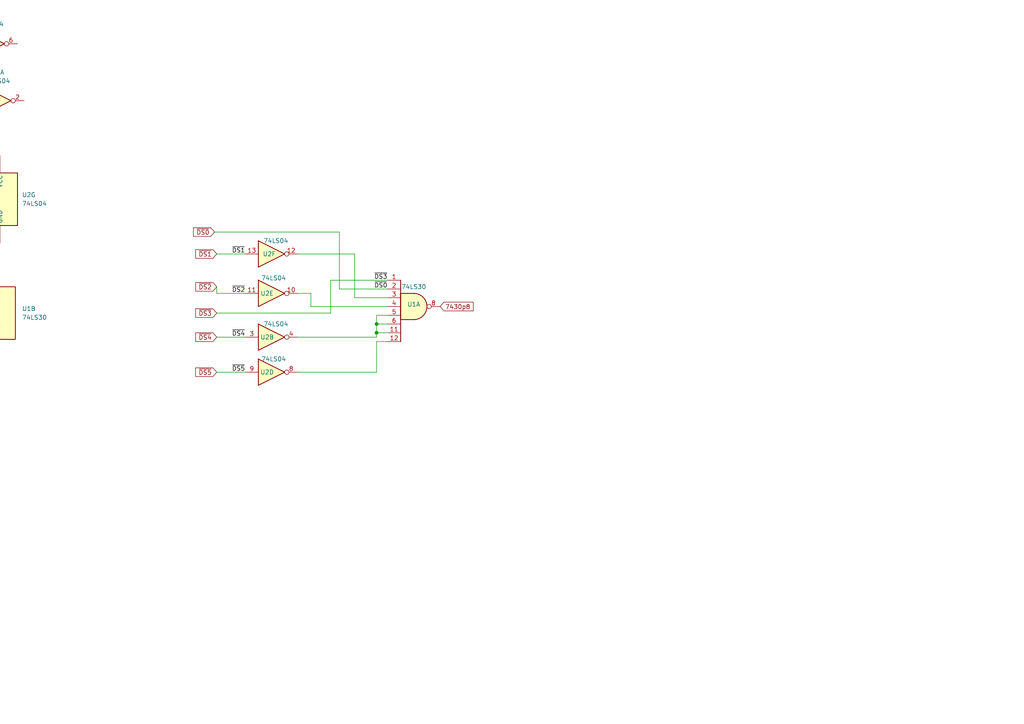
<source format=kicad_sch>
(kicad_sch (version 20230121) (generator eeschema)
  (paper "A4")
  (lib_symbols
    (symbol "74xx:74LS04"
      (property "Reference" "U" (at 0 1.27 0))
      (property "Value" "74LS04" (at 0 -1.27 0))
      (symbol "74LS04_1_0"
        (polyline (pts (xy -3.81 3.81) (xy -3.81 -3.81) (xy 3.81 0) (xy -3.81 3.81)) (stroke (width 0.254)) (fill (type background)))
        (pin input line (at -7.62 0 0) (length 3.81) (name "~") (number "1"))
        (pin output inverted (at 7.62 0 180) (length 3.81) (name "~") (number "2"))
      )
      (symbol "74LS04_2_0"
        (polyline (pts (xy -3.81 3.81) (xy -3.81 -3.81) (xy 3.81 0) (xy -3.81 3.81)) (stroke (width 0.254)) (fill (type background)))
        (pin input line (at -7.62 0 0) (length 3.81) (name "~") (number "3"))
        (pin output inverted (at 7.62 0 180) (length 3.81) (name "~") (number "4"))
      )
      (symbol "74LS04_3_0"
        (polyline (pts (xy -3.81 3.81) (xy -3.81 -3.81) (xy 3.81 0) (xy -3.81 3.81)) (stroke (width 0.254)) (fill (type background)))
        (pin input line (at -7.62 0 0) (length 3.81) (name "~") (number "5"))
        (pin output inverted (at 7.62 0 180) (length 3.81) (name "~") (number "6"))
      )
      (symbol "74LS04_4_0"
        (polyline (pts (xy -3.81 3.81) (xy -3.81 -3.81) (xy 3.81 0) (xy -3.81 3.81)) (stroke (width 0.254)) (fill (type background)))
        (pin output inverted (at 7.62 0 180) (length 3.81) (name "~") (number "8"))
        (pin input line (at -7.62 0 0) (length 3.81) (name "~") (number "9"))
      )
      (symbol "74LS04_5_0"
        (polyline (pts (xy -3.81 3.81) (xy -3.81 -3.81) (xy 3.81 0) (xy -3.81 3.81)) (stroke (width 0.254)) (fill (type background)))
        (pin output inverted (at 7.62 0 180) (length 3.81) (name "~") (number "10"))
        (pin input line (at -7.62 0 0) (length 3.81) (name "~") (number "11"))
      )
      (symbol "74LS04_6_0"
        (polyline (pts (xy -3.81 3.81) (xy -3.81 -3.81) (xy 3.81 0) (xy -3.81 3.81)) (stroke (width 0.254)) (fill (type background)))
        (pin output inverted (at 7.62 0 180) (length 3.81) (name "~") (number "12"))
        (pin input line (at -7.62 0 0) (length 3.81) (name "~") (number "13"))
      )
      (symbol "74LS04_7_0"
        (pin power_in line (at 0 12.7 270) (length 5.08) (name "VCC") (number "14"))
        (pin power_in line (at 0 -12.7 90) (length 5.08) (name "GND") (number "7"))
      )
      (symbol "74LS04_7_1"
        (rectangle (start -5.08 7.62) (end 5.08 -7.62) (stroke (width 0.254)) (fill (type background)))
      )
    )
    (symbol "74xx:74LS30" (pin_names (offset 1.016))
      (property "Reference" "U" (at 0 1.27 0))
      (property "Value" "74LS30" (at 0 -1.27 0))
      (symbol "74LS30_1_1"
        (arc (start 0 -3.81) (mid 3.7934 0) (end 0 3.81) (stroke (width 0.254)) (fill (type background)))
        (polyline (pts (xy -3.81 7.62) (xy -3.81 -10.16)) (stroke (width 0.254)))
        (polyline (pts (xy 0 3.81) (xy -3.81 3.81) (xy -3.81 -3.81) (xy 0 -3.81)) (stroke (width 0.254)) (fill (type background)))
        (pin input line (at -7.62 7.62 0) (length 3.81) (name "~") (number "1"))
        (pin input line (at -7.62 -7.62 0) (length 3.81) (name "~") (number "11"))
        (pin input line (at -7.62 -10.16 0) (length 3.81) (name "~") (number "12"))
        (pin input line (at -7.62 5.08 0) (length 3.81) (name "~") (number "2"))
        (pin input line (at -7.62 2.54 0) (length 3.81) (name "~") (number "3"))
        (pin input line (at -7.62 0 0) (length 3.81) (name "~") (number "4"))
        (pin input line (at -7.62 -2.54 0) (length 3.81) (name "~") (number "5"))
        (pin input line (at -7.62 -5.08 0) (length 3.81) (name "~") (number "6"))
        (pin output inverted (at 7.62 0 180) (length 3.81) (name "~") (number "8"))
      )
      (symbol "74LS30_1_2"
        (arc (start -3.81 -3.81) (mid -2.589 0) (end -3.81 3.81) (stroke (width 0.254)))
        (arc (start -0.6096 -3.81) (mid 2.1842 -2.5851) (end 3.81 0) (stroke (width 0.254)) (fill (type background)))
        (polyline (pts (xy -3.81 -3.81) (xy -3.81 -10.16)) (stroke (width 0.254)))
        (polyline (pts (xy -3.81 -3.81) (xy -0.635 -3.81)) (stroke (width 0.254)) (fill (type background)))
        (polyline (pts (xy -3.81 3.81) (xy -0.635 3.81)) (stroke (width 0.254)) (fill (type background)))
        (polyline (pts (xy -3.81 7.62) (xy -3.81 3.81)) (stroke (width 0.254)))
        (polyline (pts (xy -0.635 3.81) (xy -3.81 3.81) (xy -3.81 3.81) (xy -3.556 3.4036) (xy -3.0226 2.2606) (xy -2.6924 1.0414) (xy -2.6162 -0.254) (xy -2.7686 -1.4986) (xy -3.175 -2.7178) (xy -3.81 -3.81) (xy -3.81 -3.81) (xy -0.635 -3.81)) (stroke (width -25.4)) (fill (type background)))
        (arc (start 3.81 0) (mid 2.1915 2.5936) (end -0.6096 3.81) (stroke (width 0.254)) (fill (type background)))
        (pin input inverted (at -7.62 7.62 0) (length 3.81) (name "~") (number "1"))
        (pin input inverted (at -7.62 -7.62 0) (length 3.81) (name "~") (number "11"))
        (pin input inverted (at -7.62 -10.16 0) (length 3.81) (name "~") (number "12"))
        (pin input inverted (at -7.62 5.08 0) (length 3.81) (name "~") (number "2"))
        (pin input inverted (at -7.62 2.54 0) (length 4.5466) (name "~") (number "3"))
        (pin input inverted (at -7.62 0 0) (length 5.08) (name "~") (number "4"))
        (pin input inverted (at -7.62 -2.54 0) (length 4.5466) (name "~") (number "5"))
        (pin input inverted (at -7.62 -5.08 0) (length 3.81) (name "~") (number "6"))
        (pin output line (at 7.62 0 180) (length 3.81) (name "~") (number "8"))
      )
      (symbol "74LS30_2_0"
        (pin power_in line (at 0 12.7 270) (length 5.08) (name "VCC") (number "14"))
        (pin power_in line (at 0 -12.7 90) (length 5.08) (name "GND") (number "7"))
      )
      (symbol "74LS30_2_1"
        (rectangle (start -5.08 7.62) (end 5.08 -7.62) (stroke (width 0.254)) (fill (type background)))
      )
    )
  )
  (junction (at 109.22 93.98))
  (junction (at 109.22 96.52))
  (wire (pts (xy 98.425 67.31) (xy 98.425 83.82)))
  (wire (pts (xy 86.36 107.95) (xy 109.22 107.95)))
  (wire (pts (xy 90.17 85.09) (xy 90.17 88.9)))
  (wire (pts (xy 112.395 91.44) (xy 109.22 91.44)))
  (wire (pts (xy 71.12 85.09) (xy 62.865 85.09)))
  (wire (pts (xy 109.22 93.98) (xy 112.395 93.98)))
  (wire (pts (xy 62.23 67.31) (xy 98.425 67.31)))
  (wire (pts (xy 86.36 73.66) (xy 102.87 73.66)))
  (wire (pts (xy 62.865 97.79) (xy 71.12 97.79)))
  (wire (pts (xy 109.22 97.79) (xy 109.22 96.52)))
  (wire (pts (xy 86.36 85.09) (xy 90.17 85.09)))
  (wire (pts (xy 95.885 81.28) (xy 112.395 81.28)))
  (wire (pts (xy 109.22 107.95) (xy 109.22 99.06)))
  (wire (pts (xy 109.22 99.06) (xy 112.395 99.06)))
  (wire (pts (xy 109.22 96.52) (xy 112.395 96.52)))
  (wire (pts (xy 62.865 73.66) (xy 71.12 73.66)))
  (wire (pts (xy 102.87 73.66) (xy 102.87 86.36)))
  (wire (pts (xy 62.865 107.95) (xy 71.12 107.95)))
  (wire (pts (xy 109.22 91.44) (xy 109.22 93.98)))
  (wire (pts (xy 98.425 83.82) (xy 112.395 83.82)))
  (wire (pts (xy 95.885 81.28) (xy 95.885 90.805)))
  (wire (pts (xy 90.17 88.9) (xy 112.395 88.9)))
  (wire (pts (xy 86.36 97.79) (xy 109.22 97.79)))
  (wire (pts (xy 95.885 90.805) (xy 62.865 90.805)))
  (wire (pts (xy 102.87 86.36) (xy 112.395 86.36)))
  (wire (pts (xy 109.22 93.98) (xy 109.22 96.52)))
  (wire (pts (xy 62.865 83.185) (xy 62.865 85.09)))
  (label "~{DS2}" (at 71.12 85.09 180))
  (label "~{DS4}" (at 71.12 97.79 180))
  (label "~{DS3}" (at 112.395 81.28 180))
  (label "~{DS1}" (at 71.12 73.66 180))
  (label "~{DS0}" (at 112.395 83.82 180))
  (label "~{DS5}" (at 71.12 107.95 180))
  (global_label "~{DS3}" (shape input) (at 62.865 90.805 180) (property "Intersheetrefs" "${INTERSHEET_REFS}" (effects hide)))
  (global_label "~{DS4}" (shape input) (at 62.865 97.79 180) (property "Intersheetrefs" "${INTERSHEET_REFS}" (effects hide)))
  (global_label "~{DS0}" (shape input) (at 62.23 67.31 180) (property "Intersheetrefs" "${INTERSHEET_REFS}" (effects hide)))
  (global_label "7430p8" (shape input) (at 127.635 88.9 0) (property "Intersheetrefs" "${INTERSHEET_REFS}" (effects hide)))
  (global_label "~{DS2}" (shape input) (at 62.865 83.185 180) (property "Intersheetrefs" "${INTERSHEET_REFS}" (effects hide)))
  (global_label "~{DS1}" (shape input) (at 62.865 73.66 180) (property "Intersheetrefs" "${INTERSHEET_REFS}" (effects hide)))
  (global_label "~{DS5}" (shape input) (at 62.865 107.95 180) (property "Intersheetrefs" "${INTERSHEET_REFS}" (effects hide)))
  (symbol (lib_id "74xx:74LS04") (at 0 57.785 0) (unit 7)
    (property "Reference" "U2" (at 6.35 56.515 0) (effects (justify left)))
    (property "Value" "74LS04" (at 6.35 59.055 0) (effects (justify left)))
    (property "Footprint" "Package_DIP:DIP-14_W7.62mm" (effects hide))
    (property "Datasheet" "http://www.ti.com/lit/gpn/sn74LS04" (effects hide))
  )
  (symbol (lib_id "74xx:74LS04") (at 78.74 73.66 0) (unit 6)
    (property "Reference" "U2" (at 78.105 73.66 0))
    (property "Value" "74LS04" (at 80.01 69.85 0))
    (property "Footprint" "Package_DIP:DIP-14_W7.62mm" (effects hide))
    (property "Datasheet" "http://www.ti.com/lit/gpn/sn74LS04" (effects hide))
  )
  (symbol (lib_id "74xx:74LS04") (at -2.54 12.7 0) (unit 3)
    (property "Reference" "U2" (at -2.54 4.445 0))
    (property "Value" "74LS04" (at -2.54 6.985 0))
    (property "Footprint" "Package_DIP:DIP-14_W7.62mm" (effects hide))
    (property "Datasheet" "http://www.ti.com/lit/gpn/sn74LS04" (effects hide))
  )
  (symbol (lib_id "74xx:74LS04") (at -0.635 29.21 0) (unit 1)
    (property "Reference" "U2" (at -0.635 20.955 0))
    (property "Value" "74LS04" (at -0.635 23.495 0))
    (property "Footprint" "Package_DIP:DIP-14_W7.62mm" (effects hide))
    (property "Datasheet" "http://www.ti.com/lit/gpn/sn74LS04" (effects hide))
  )
  (symbol (lib_id "74xx:74LS30") (at -0.635 90.805 0) (unit 2)
    (property "Reference" "U1" (at 6.35 89.535 0) (effects (justify left)))
    (property "Value" "74LS30" (at 6.35 92.075 0) (effects (justify left)))
    (property "Footprint" "Package_DIP:DIP-14_W7.62mm" (effects hide))
    (property "Datasheet" "http://www.ti.com/lit/gpn/sn74LS30" (effects hide))
  )
  (symbol (lib_id "74xx:74LS04") (at 78.74 107.95 0) (unit 4)
    (property "Reference" "U2" (at 77.47 107.95 0))
    (property "Value" "74LS04" (at 79.375 104.14 0))
    (property "Footprint" "Package_DIP:DIP-14_W7.62mm" (effects hide))
    (property "Datasheet" "http://www.ti.com/lit/gpn/sn74LS04" (effects hide))
  )
  (symbol (lib_id "74xx:74LS04") (at 78.74 85.09 0) (unit 5)
    (property "Reference" "U2" (at 77.47 85.09 0))
    (property "Value" "74LS04" (at 79.375 80.645 0))
    (property "Footprint" "Package_DIP:DIP-14_W7.62mm" (effects hide))
    (property "Datasheet" "http://www.ti.com/lit/gpn/sn74LS04" (effects hide))
  )
  (symbol (lib_id "74xx:74LS30") (at 120.015 88.9 0) (unit 1)
    (property "Reference" "U1" (at 120.015 88.265 0))
    (property "Value" "74LS30" (at 120.015 83.185 0))
    (property "Footprint" "Package_DIP:DIP-14_W7.62mm" (effects hide))
    (property "Datasheet" "http://www.ti.com/lit/gpn/sn74LS30" (effects hide))
  )
  (symbol (lib_id "74xx:74LS04") (at 78.74 97.79 0) (unit 2)
    (property "Reference" "U2" (at 77.47 97.79 0))
    (property "Value" "74LS04" (at 80.01 93.98 0))
    (property "Footprint" "Package_DIP:DIP-14_W7.62mm" (effects hide))
    (property "Datasheet" "http://www.ti.com/lit/gpn/sn74LS04" (effects hide))
  )
)
</source>
